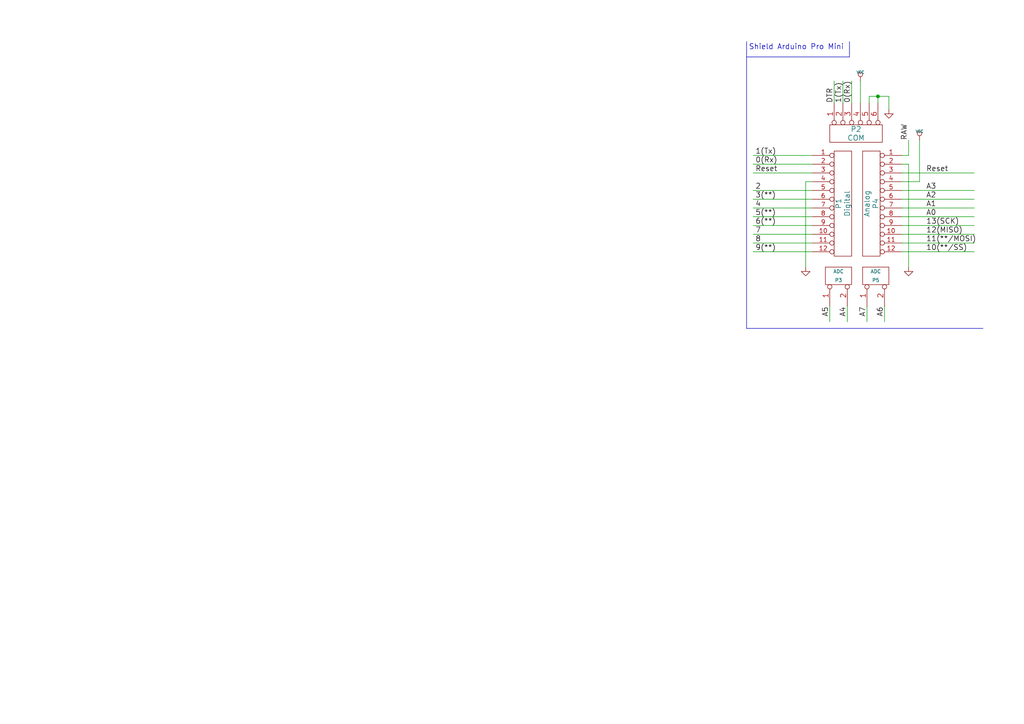
<source format=kicad_sch>
(kicad_sch (version 20230121) (generator eeschema)
  (paper "A4")
  (title_block (date "sam. 04 avril 2015"))
  (lib_symbols
    (symbol "Arduino_Pro_Mini-rescue:CONN_12" (pin_names (offset 1.016) hide)
      (property "Reference" "P" (at -1.27 0 90))
      (property "Value" "CONN_12" (at 1.27 0 90))
      (symbol "CONN_12_0_1"
        (rectangle (start -2.54 15.24) (end 2.54 -15.24))
      )
      (symbol "CONN_12_1_1"
        (pin passive inverted (at -8.89 13.97 0) (length 6.35) (name "P1") (number "1"))
        (pin passive inverted (at -8.89 -8.89 0) (length 6.35) (name "P10") (number "10"))
        (pin passive inverted (at -8.89 -11.43 0) (length 6.35) (name "P11") (number "11"))
        (pin passive inverted (at -8.89 -13.97 0) (length 6.35) (name "P12") (number "12"))
        (pin passive inverted (at -8.89 11.43 0) (length 6.35) (name "P2") (number "2"))
        (pin passive inverted (at -8.89 8.89 0) (length 6.35) (name "P3") (number "3"))
        (pin passive inverted (at -8.89 6.35 0) (length 6.35) (name "P4") (number "4"))
        (pin passive inverted (at -8.89 3.81 0) (length 6.35) (name "P5") (number "5"))
        (pin passive inverted (at -8.89 1.27 0) (length 6.35) (name "P6") (number "6"))
        (pin passive inverted (at -8.89 -1.27 0) (length 6.35) (name "P7") (number "7"))
        (pin passive inverted (at -8.89 -3.81 0) (length 6.35) (name "P8") (number "8"))
        (pin passive inverted (at -8.89 -6.35 0) (length 6.35) (name "P9") (number "9"))
      )
    )
    (symbol "Arduino_Pro_Mini-rescue:CONN_2" (pin_names (offset 1.016) hide)
      (property "Reference" "P" (at -1.27 0 90))
      (property "Value" "CONN_2" (at 1.27 0 90))
      (symbol "CONN_2_0_1"
        (rectangle (start -2.54 3.81) (end 2.54 -3.81))
      )
      (symbol "CONN_2_1_1"
        (pin passive inverted (at -8.89 2.54 0) (length 6.35) (name "P1") (number "1"))
        (pin passive inverted (at -8.89 -2.54 0) (length 6.35) (name "PM") (number "2"))
      )
    )
    (symbol "Arduino_Pro_Mini-rescue:CONN_6" (pin_names (offset 0.762) hide)
      (property "Reference" "P" (at -1.27 0 90))
      (property "Value" "CONN_6" (at 1.27 0 90))
      (symbol "CONN_6_0_1"
        (rectangle (start -2.54 7.62) (end 2.54 -7.62))
      )
      (symbol "CONN_6_1_1"
        (pin passive inverted (at -8.89 6.35 0) (length 6.35) (name "1") (number "1"))
        (pin passive inverted (at -8.89 3.81 0) (length 6.35) (name "2") (number "2"))
        (pin passive inverted (at -8.89 1.27 0) (length 6.35) (name "3") (number "3"))
        (pin passive inverted (at -8.89 -1.27 0) (length 6.35) (name "4") (number "4"))
        (pin passive inverted (at -8.89 -3.81 0) (length 6.35) (name "5") (number "5"))
        (pin passive inverted (at -8.89 -6.35 0) (length 6.35) (name "6") (number "6"))
      )
    )
    (symbol "Arduino_Pro_Mini-rescue:GND" (power) (pin_names (offset 0))
      (property "Value" "GND" (at 0 -3.81 0))
      (symbol "GND_0_1"
        (polyline (pts (xy 0 0) (xy 0 -1.27) (xy 1.27 -1.27) (xy 0 -2.54) (xy -1.27 -1.27) (xy 0 -1.27)))
      )
      (symbol "GND_1_1"
        (pin power_in line (at 0 0 270) (length 0) hide (name "GND") (number "1"))
      )
    )
    (symbol "Arduino_Pro_Mini-rescue:VCC" (power) (pin_names (offset 0))
      (property "Value" "VCC" (at 0 3.81 0))
      (symbol "VCC_0_1"
        (polyline (pts (xy 0 0) (xy 0 1.27)))
        (circle (center 0 1.905) (radius 0.635))
      )
      (symbol "VCC_1_1"
        (pin power_in line (at 0 0 90) (length 0) hide (name "VCC") (number "1"))
      )
    )
  )
  (junction (at 254.635 27.94))
  (polyline (pts (xy 246.38 16.51) (xy 246.38 12.065)))
  (wire (pts (xy 235.585 60.325) (xy 218.44 60.325)))
  (wire (pts (xy 235.585 67.945) (xy 218.44 67.945)))
  (wire (pts (xy 235.585 62.865) (xy 218.44 62.865)))
  (wire (pts (xy 249.555 29.845) (xy 249.555 23.495)))
  (polyline (pts (xy 216.535 16.51) (xy 246.38 16.51)))
  (wire (pts (xy 254.635 27.94) (xy 257.81 27.94)))
  (wire (pts (xy 254.635 27.94) (xy 254.635 29.845)))
  (wire (pts (xy 261.62 52.705) (xy 266.7 52.705)))
  (wire (pts (xy 235.585 55.245) (xy 218.44 55.245)))
  (wire (pts (xy 263.525 47.625) (xy 261.62 47.625)))
  (wire (pts (xy 282.575 73.025) (xy 261.62 73.025)))
  (wire (pts (xy 240.665 88.9) (xy 240.665 93.345)))
  (wire (pts (xy 233.68 77.47) (xy 233.68 52.705)))
  (wire (pts (xy 235.585 65.405) (xy 218.44 65.405)))
  (wire (pts (xy 263.525 45.085) (xy 263.525 40.64)))
  (wire (pts (xy 235.585 50.165) (xy 218.44 50.165)))
  (wire (pts (xy 235.585 47.625) (xy 218.44 47.625)))
  (wire (pts (xy 252.095 29.845) (xy 252.095 27.94)))
  (wire (pts (xy 235.585 45.085) (xy 218.44 45.085)))
  (polyline (pts (xy 285.115 95.25) (xy 216.535 95.25)))
  (wire (pts (xy 235.585 57.785) (xy 218.44 57.785)))
  (wire (pts (xy 261.62 45.085) (xy 263.525 45.085)))
  (wire (pts (xy 235.585 70.485) (xy 218.44 70.485)))
  (wire (pts (xy 256.54 88.9) (xy 256.54 93.345)))
  (wire (pts (xy 282.575 60.325) (xy 261.62 60.325)))
  (wire (pts (xy 251.46 88.9) (xy 251.46 93.345)))
  (wire (pts (xy 245.745 88.9) (xy 245.745 93.345)))
  (wire (pts (xy 282.575 62.865) (xy 261.62 62.865)))
  (polyline (pts (xy 216.535 95.25) (xy 216.535 12.065)))
  (wire (pts (xy 282.575 55.245) (xy 261.62 55.245)))
  (wire (pts (xy 266.7 52.705) (xy 266.7 40.64)))
  (wire (pts (xy 257.81 27.94) (xy 257.81 31.75)))
  (wire (pts (xy 282.575 70.485) (xy 261.62 70.485)))
  (wire (pts (xy 263.525 77.47) (xy 263.525 47.625)))
  (wire (pts (xy 252.095 27.94) (xy 254.635 27.94)))
  (wire (pts (xy 282.575 50.165) (xy 261.62 50.165)))
  (wire (pts (xy 247.015 29.845) (xy 247.015 23.495)))
  (wire (pts (xy 241.935 29.845) (xy 241.935 23.495)))
  (wire (pts (xy 282.575 67.945) (xy 261.62 67.945)))
  (wire (pts (xy 244.475 29.845) (xy 244.475 23.495)))
  (wire (pts (xy 282.575 57.785) (xy 261.62 57.785)))
  (wire (pts (xy 282.575 65.405) (xy 261.62 65.405)))
  (wire (pts (xy 233.68 52.705) (xy 235.585 52.705)))
  (wire (pts (xy 235.585 73.025) (xy 218.44 73.025)))
  (text "Shield Arduino Pro Mini \n" (at 217.17 14.605 0) (effects (font (size 1.524 1.524)) (justify left bottom)))
  (label "7" (at 219.075 67.945 0) (effects (font (size 1.524 1.524))))
  (label "DTR" (at 241.935 29.845 90) (effects (font (size 1.524 1.524))))
  (label "1(Tx)" (at 244.475 29.845 90) (effects (font (size 1.524 1.524))))
  (label "A5" (at 240.665 88.9 270) (effects (font (size 1.524 1.524))))
  (label "A0" (at 268.605 62.865 0) (effects (font (size 1.524 1.524))))
  (label "5(**)" (at 219.075 62.865 0) (effects (font (size 1.524 1.524))))
  (label "8" (at 219.075 70.485 0) (effects (font (size 1.524 1.524))))
  (label "A7" (at 251.46 88.9 270) (effects (font (size 1.524 1.524))))
  (label "0(Rx)" (at 219.075 47.625 0) (effects (font (size 1.524 1.524))))
  (label "6(**)" (at 219.075 65.405 0) (effects (font (size 1.524 1.524))))
  (label "A2" (at 268.605 57.785 0) (effects (font (size 1.524 1.524))))
  (label "0(Rx)" (at 247.015 29.845 90) (effects (font (size 1.524 1.524))))
  (label "A1" (at 268.605 60.325 0) (effects (font (size 1.524 1.524))))
  (label "2" (at 219.075 55.245 0) (effects (font (size 1.524 1.524))))
  (label "10(**/SS)" (at 268.605 73.025 0) (effects (font (size 1.524 1.524))))
  (label "Reset" (at 268.605 50.165 0) (effects (font (size 1.524 1.524))))
  (label "4" (at 219.075 60.325 0) (effects (font (size 1.524 1.524))))
  (label "9(**)" (at 219.075 73.025 0) (effects (font (size 1.524 1.524))))
  (label "A6" (at 256.54 88.9 270) (effects (font (size 1.524 1.524))))
  (label "11(**/MOSI)" (at 268.605 70.485 0) (effects (font (size 1.524 1.524))))
  (label "A3" (at 268.605 55.245 0) (effects (font (size 1.524 1.524))))
  (label "3(**)" (at 219.075 57.785 0) (effects (font (size 1.524 1.524))))
  (label "1(Tx)" (at 219.075 45.085 0) (effects (font (size 1.524 1.524))))
  (label "RAW" (at 263.525 40.64 90) (effects (font (size 1.524 1.524))))
  (label "A4" (at 245.745 88.9 270) (effects (font (size 1.524 1.524))))
  (label "12(MISO)" (at 268.605 67.945 0) (effects (font (size 1.524 1.524))))
  (label "Reset" (at 219.075 50.165 0) (effects (font (size 1.524 1.524))))
  (label "13(SCK)" (at 268.605 65.405 0) (effects (font (size 1.524 1.524))))
  (symbol (lib_id "Arduino_Pro_Mini-rescue:CONN_12") (at 244.475 59.055 0) (unit 1)
    (property "Reference" "P1" (at 243.205 59.055 90) (effects (font (size 1.524 1.524))))
    (property "Value" "Digital" (at 245.745 59.055 90) (effects (font (size 1.524 1.524))))
    (property "Footprint" "Socket_Arduino_Pro_Mini:Socket_Strip_Arduino_1x12" (effects hide))
  )
  (symbol (lib_id "Arduino_Pro_Mini-rescue:CONN_12") (at 252.73 59.055 0) (mirror y) (unit 1)
    (property "Reference" "P4" (at 254 59.055 90) (effects (font (size 1.524 1.524))))
    (property "Value" "Analog" (at 251.46 59.055 90) (effects (font (size 1.524 1.524))))
    (property "Footprint" "Socket_Arduino_Pro_Mini:Socket_Strip_Arduino_1x12" (effects hide))
  )
  (symbol (lib_id "Arduino_Pro_Mini-rescue:CONN_6") (at 248.285 38.735 90) (mirror x) (unit 1)
    (property "Reference" "P2" (at 248.285 37.465 90) (effects (font (size 1.524 1.524))))
    (property "Value" "COM" (at 248.285 40.005 90) (effects (font (size 1.524 1.524))))
    (property "Footprint" "Socket_Arduino_Pro_Mini:Socket_Strip_Arduino_1x06" (effects hide))
  )
  (symbol (lib_id "Arduino_Pro_Mini-rescue:GND") (at 233.68 77.47 0) (unit 1)
    (property "Reference" "#PWR01" (effects hide))
    (property "Value" "GND" (effects hide))
  )
  (symbol (lib_id "Arduino_Pro_Mini-rescue:GND") (at 263.525 77.47 0) (unit 1)
    (property "Reference" "#PWR02" (effects hide))
    (property "Value" "GND" (effects hide))
  )
  (symbol (lib_id "Arduino_Pro_Mini-rescue:VCC") (at 266.7 40.64 0) (unit 1)
    (property "Reference" "#PWR03" (effects hide))
    (property "Value" "VCC" (at 266.7 38.1 0) (effects (font (size 0.762 0.762))))
  )
  (symbol (lib_id "Arduino_Pro_Mini-rescue:GND") (at 257.81 31.75 0) (unit 1)
    (property "Reference" "#PWR04" (effects hide))
    (property "Value" "GND" (effects hide))
  )
  (symbol (lib_id "Arduino_Pro_Mini-rescue:VCC") (at 249.555 23.495 0) (unit 1)
    (property "Reference" "#PWR05" (effects hide))
    (property "Value" "VCC" (at 249.555 20.955 0) (effects (font (size 0.762 0.762))))
  )
  (symbol (lib_id "Arduino_Pro_Mini-rescue:CONN_2") (at 243.205 80.01 90) (unit 1)
    (property "Reference" "P3" (at 243.205 81.28 90) (effects (font (size 1.016 1.016))))
    (property "Value" "ADC" (at 243.205 78.74 90) (effects (font (size 1.016 1.016))))
    (property "Footprint" "Socket_Arduino_Pro_Mini:Socket_Strip_Arduino_1x02" (effects hide))
  )
  (symbol (lib_id "Arduino_Pro_Mini-rescue:CONN_2") (at 254 80.01 90) (unit 1)
    (property "Reference" "P5" (at 254 81.28 90) (effects (font (size 1.016 1.016))))
    (property "Value" "ADC" (at 254 78.74 90) (effects (font (size 1.016 1.016))))
    (property "Footprint" "Socket_Arduino_Pro_Mini:Socket_Strip_Arduino_1x02" (effects hide))
  )
)
</source>
